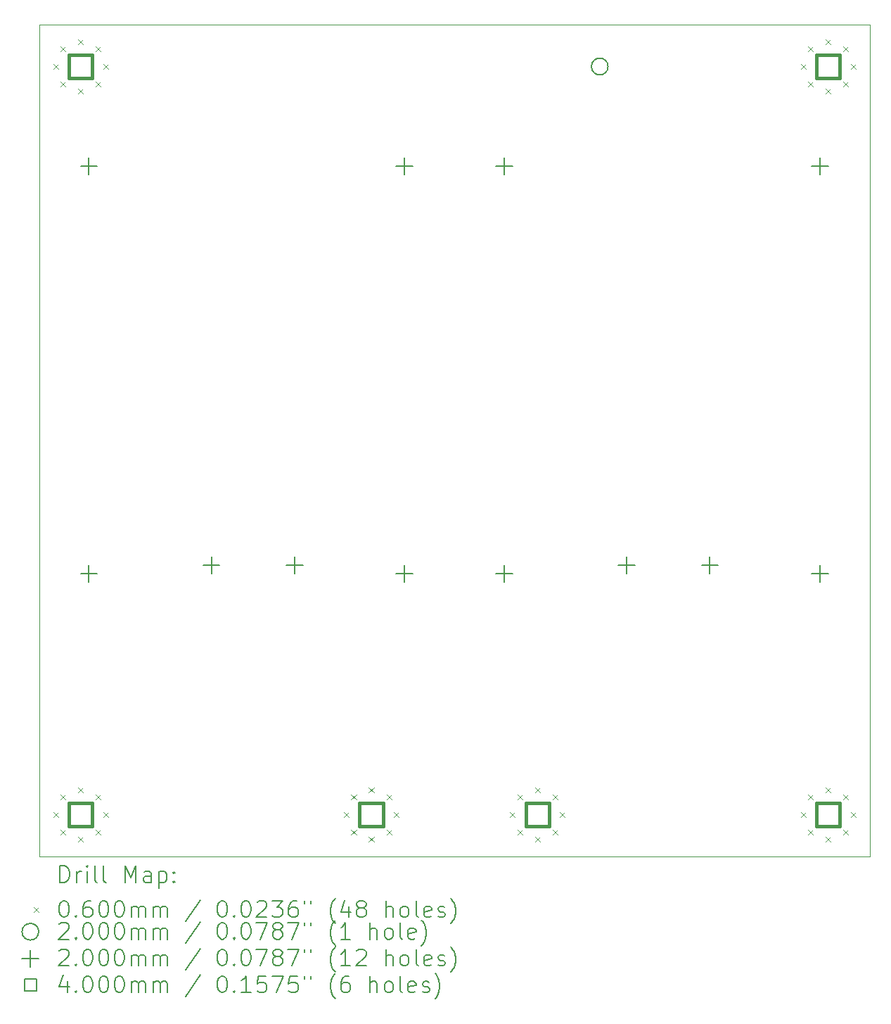
<source format=gbr>
%TF.GenerationSoftware,KiCad,Pcbnew,(6.0.7)*%
%TF.CreationDate,2022-10-27T22:38:07-07:00*%
%TF.ProjectId,3s25ABMS,33733235-4142-44d5-932e-6b696361645f,1.0*%
%TF.SameCoordinates,Original*%
%TF.FileFunction,Drillmap*%
%TF.FilePolarity,Positive*%
%FSLAX45Y45*%
G04 Gerber Fmt 4.5, Leading zero omitted, Abs format (unit mm)*
G04 Created by KiCad (PCBNEW (6.0.7)) date 2022-10-27 22:38:07*
%MOMM*%
%LPD*%
G01*
G04 APERTURE LIST*
%ADD10C,0.100000*%
%ADD11C,0.200000*%
%ADD12C,0.060000*%
%ADD13C,0.400000*%
G04 APERTURE END LIST*
D10*
X5000000Y-5000000D02*
X15000000Y-5000000D01*
X15000000Y-5000000D02*
X15000000Y-15000000D01*
X15000000Y-15000000D02*
X5000000Y-15000000D01*
X5000000Y-15000000D02*
X5000000Y-5000000D01*
D11*
D12*
X5170000Y-5470000D02*
X5230000Y-5530000D01*
X5230000Y-5470000D02*
X5170000Y-5530000D01*
X5170000Y-14470000D02*
X5230000Y-14530000D01*
X5230000Y-14470000D02*
X5170000Y-14530000D01*
X5257868Y-5257868D02*
X5317868Y-5317868D01*
X5317868Y-5257868D02*
X5257868Y-5317868D01*
X5257868Y-5682132D02*
X5317868Y-5742132D01*
X5317868Y-5682132D02*
X5257868Y-5742132D01*
X5257868Y-14257868D02*
X5317868Y-14317868D01*
X5317868Y-14257868D02*
X5257868Y-14317868D01*
X5257868Y-14682132D02*
X5317868Y-14742132D01*
X5317868Y-14682132D02*
X5257868Y-14742132D01*
X5470000Y-5170000D02*
X5530000Y-5230000D01*
X5530000Y-5170000D02*
X5470000Y-5230000D01*
X5470000Y-5770000D02*
X5530000Y-5830000D01*
X5530000Y-5770000D02*
X5470000Y-5830000D01*
X5470000Y-14170000D02*
X5530000Y-14230000D01*
X5530000Y-14170000D02*
X5470000Y-14230000D01*
X5470000Y-14770000D02*
X5530000Y-14830000D01*
X5530000Y-14770000D02*
X5470000Y-14830000D01*
X5682132Y-5257868D02*
X5742132Y-5317868D01*
X5742132Y-5257868D02*
X5682132Y-5317868D01*
X5682132Y-5682132D02*
X5742132Y-5742132D01*
X5742132Y-5682132D02*
X5682132Y-5742132D01*
X5682132Y-14257868D02*
X5742132Y-14317868D01*
X5742132Y-14257868D02*
X5682132Y-14317868D01*
X5682132Y-14682132D02*
X5742132Y-14742132D01*
X5742132Y-14682132D02*
X5682132Y-14742132D01*
X5770000Y-5470000D02*
X5830000Y-5530000D01*
X5830000Y-5470000D02*
X5770000Y-5530000D01*
X5770000Y-14470000D02*
X5830000Y-14530000D01*
X5830000Y-14470000D02*
X5770000Y-14530000D01*
X8670000Y-14470000D02*
X8730000Y-14530000D01*
X8730000Y-14470000D02*
X8670000Y-14530000D01*
X8757868Y-14257868D02*
X8817868Y-14317868D01*
X8817868Y-14257868D02*
X8757868Y-14317868D01*
X8757868Y-14682132D02*
X8817868Y-14742132D01*
X8817868Y-14682132D02*
X8757868Y-14742132D01*
X8970000Y-14170000D02*
X9030000Y-14230000D01*
X9030000Y-14170000D02*
X8970000Y-14230000D01*
X8970000Y-14770000D02*
X9030000Y-14830000D01*
X9030000Y-14770000D02*
X8970000Y-14830000D01*
X9182132Y-14257868D02*
X9242132Y-14317868D01*
X9242132Y-14257868D02*
X9182132Y-14317868D01*
X9182132Y-14682132D02*
X9242132Y-14742132D01*
X9242132Y-14682132D02*
X9182132Y-14742132D01*
X9270000Y-14470000D02*
X9330000Y-14530000D01*
X9330000Y-14470000D02*
X9270000Y-14530000D01*
X10670000Y-14470000D02*
X10730000Y-14530000D01*
X10730000Y-14470000D02*
X10670000Y-14530000D01*
X10757868Y-14257868D02*
X10817868Y-14317868D01*
X10817868Y-14257868D02*
X10757868Y-14317868D01*
X10757868Y-14682132D02*
X10817868Y-14742132D01*
X10817868Y-14682132D02*
X10757868Y-14742132D01*
X10970000Y-14170000D02*
X11030000Y-14230000D01*
X11030000Y-14170000D02*
X10970000Y-14230000D01*
X10970000Y-14770000D02*
X11030000Y-14830000D01*
X11030000Y-14770000D02*
X10970000Y-14830000D01*
X11182132Y-14257868D02*
X11242132Y-14317868D01*
X11242132Y-14257868D02*
X11182132Y-14317868D01*
X11182132Y-14682132D02*
X11242132Y-14742132D01*
X11242132Y-14682132D02*
X11182132Y-14742132D01*
X11270000Y-14470000D02*
X11330000Y-14530000D01*
X11330000Y-14470000D02*
X11270000Y-14530000D01*
X14170000Y-5470000D02*
X14230000Y-5530000D01*
X14230000Y-5470000D02*
X14170000Y-5530000D01*
X14170000Y-14470000D02*
X14230000Y-14530000D01*
X14230000Y-14470000D02*
X14170000Y-14530000D01*
X14257868Y-5257868D02*
X14317868Y-5317868D01*
X14317868Y-5257868D02*
X14257868Y-5317868D01*
X14257868Y-5682132D02*
X14317868Y-5742132D01*
X14317868Y-5682132D02*
X14257868Y-5742132D01*
X14257868Y-14257868D02*
X14317868Y-14317868D01*
X14317868Y-14257868D02*
X14257868Y-14317868D01*
X14257868Y-14682132D02*
X14317868Y-14742132D01*
X14317868Y-14682132D02*
X14257868Y-14742132D01*
X14470000Y-5170000D02*
X14530000Y-5230000D01*
X14530000Y-5170000D02*
X14470000Y-5230000D01*
X14470000Y-5770000D02*
X14530000Y-5830000D01*
X14530000Y-5770000D02*
X14470000Y-5830000D01*
X14470000Y-14170000D02*
X14530000Y-14230000D01*
X14530000Y-14170000D02*
X14470000Y-14230000D01*
X14470000Y-14770000D02*
X14530000Y-14830000D01*
X14530000Y-14770000D02*
X14470000Y-14830000D01*
X14682132Y-5257868D02*
X14742132Y-5317868D01*
X14742132Y-5257868D02*
X14682132Y-5317868D01*
X14682132Y-5682132D02*
X14742132Y-5742132D01*
X14742132Y-5682132D02*
X14682132Y-5742132D01*
X14682132Y-14257868D02*
X14742132Y-14317868D01*
X14742132Y-14257868D02*
X14682132Y-14317868D01*
X14682132Y-14682132D02*
X14742132Y-14742132D01*
X14742132Y-14682132D02*
X14682132Y-14742132D01*
X14770000Y-5470000D02*
X14830000Y-5530000D01*
X14830000Y-5470000D02*
X14770000Y-5530000D01*
X14770000Y-14470000D02*
X14830000Y-14530000D01*
X14830000Y-14470000D02*
X14770000Y-14530000D01*
D11*
X11850000Y-5500000D02*
G75*
G03*
X11850000Y-5500000I-100000J0D01*
G01*
X5600000Y-6600000D02*
X5600000Y-6800000D01*
X5500000Y-6700000D02*
X5700000Y-6700000D01*
X5600000Y-11500000D02*
X5600000Y-11700000D01*
X5500000Y-11600000D02*
X5700000Y-11600000D01*
X7075000Y-11400000D02*
X7075000Y-11600000D01*
X6975000Y-11500000D02*
X7175000Y-11500000D01*
X8075000Y-11400000D02*
X8075000Y-11600000D01*
X7975000Y-11500000D02*
X8175000Y-11500000D01*
X9400000Y-6600000D02*
X9400000Y-6800000D01*
X9300000Y-6700000D02*
X9500000Y-6700000D01*
X9400000Y-11500000D02*
X9400000Y-11700000D01*
X9300000Y-11600000D02*
X9500000Y-11600000D01*
X10600000Y-6600000D02*
X10600000Y-6800000D01*
X10500000Y-6700000D02*
X10700000Y-6700000D01*
X10600000Y-11500000D02*
X10600000Y-11700000D01*
X10500000Y-11600000D02*
X10700000Y-11600000D01*
X12075000Y-11400000D02*
X12075000Y-11600000D01*
X11975000Y-11500000D02*
X12175000Y-11500000D01*
X13075000Y-11400000D02*
X13075000Y-11600000D01*
X12975000Y-11500000D02*
X13175000Y-11500000D01*
X14400000Y-6600000D02*
X14400000Y-6800000D01*
X14300000Y-6700000D02*
X14500000Y-6700000D01*
X14400000Y-11500000D02*
X14400000Y-11700000D01*
X14300000Y-11600000D02*
X14500000Y-11600000D01*
D13*
X5641423Y-5641423D02*
X5641423Y-5358577D01*
X5358577Y-5358577D01*
X5358577Y-5641423D01*
X5641423Y-5641423D01*
X5641423Y-14641423D02*
X5641423Y-14358577D01*
X5358577Y-14358577D01*
X5358577Y-14641423D01*
X5641423Y-14641423D01*
X9141423Y-14641423D02*
X9141423Y-14358577D01*
X8858577Y-14358577D01*
X8858577Y-14641423D01*
X9141423Y-14641423D01*
X11141423Y-14641423D02*
X11141423Y-14358577D01*
X10858577Y-14358577D01*
X10858577Y-14641423D01*
X11141423Y-14641423D01*
X14641423Y-5641423D02*
X14641423Y-5358577D01*
X14358577Y-5358577D01*
X14358577Y-5641423D01*
X14641423Y-5641423D01*
X14641423Y-14641423D02*
X14641423Y-14358577D01*
X14358577Y-14358577D01*
X14358577Y-14641423D01*
X14641423Y-14641423D01*
D11*
X5252619Y-15315476D02*
X5252619Y-15115476D01*
X5300238Y-15115476D01*
X5328810Y-15125000D01*
X5347857Y-15144048D01*
X5357381Y-15163095D01*
X5366905Y-15201190D01*
X5366905Y-15229762D01*
X5357381Y-15267857D01*
X5347857Y-15286905D01*
X5328810Y-15305952D01*
X5300238Y-15315476D01*
X5252619Y-15315476D01*
X5452619Y-15315476D02*
X5452619Y-15182143D01*
X5452619Y-15220238D02*
X5462143Y-15201190D01*
X5471667Y-15191667D01*
X5490714Y-15182143D01*
X5509762Y-15182143D01*
X5576429Y-15315476D02*
X5576429Y-15182143D01*
X5576429Y-15115476D02*
X5566905Y-15125000D01*
X5576429Y-15134524D01*
X5585952Y-15125000D01*
X5576429Y-15115476D01*
X5576429Y-15134524D01*
X5700238Y-15315476D02*
X5681190Y-15305952D01*
X5671667Y-15286905D01*
X5671667Y-15115476D01*
X5805000Y-15315476D02*
X5785952Y-15305952D01*
X5776428Y-15286905D01*
X5776428Y-15115476D01*
X6033571Y-15315476D02*
X6033571Y-15115476D01*
X6100238Y-15258333D01*
X6166905Y-15115476D01*
X6166905Y-15315476D01*
X6347857Y-15315476D02*
X6347857Y-15210714D01*
X6338333Y-15191667D01*
X6319286Y-15182143D01*
X6281190Y-15182143D01*
X6262143Y-15191667D01*
X6347857Y-15305952D02*
X6328809Y-15315476D01*
X6281190Y-15315476D01*
X6262143Y-15305952D01*
X6252619Y-15286905D01*
X6252619Y-15267857D01*
X6262143Y-15248809D01*
X6281190Y-15239286D01*
X6328809Y-15239286D01*
X6347857Y-15229762D01*
X6443095Y-15182143D02*
X6443095Y-15382143D01*
X6443095Y-15191667D02*
X6462143Y-15182143D01*
X6500238Y-15182143D01*
X6519286Y-15191667D01*
X6528809Y-15201190D01*
X6538333Y-15220238D01*
X6538333Y-15277381D01*
X6528809Y-15296428D01*
X6519286Y-15305952D01*
X6500238Y-15315476D01*
X6462143Y-15315476D01*
X6443095Y-15305952D01*
X6624048Y-15296428D02*
X6633571Y-15305952D01*
X6624048Y-15315476D01*
X6614524Y-15305952D01*
X6624048Y-15296428D01*
X6624048Y-15315476D01*
X6624048Y-15191667D02*
X6633571Y-15201190D01*
X6624048Y-15210714D01*
X6614524Y-15201190D01*
X6624048Y-15191667D01*
X6624048Y-15210714D01*
D12*
X4935000Y-15615000D02*
X4995000Y-15675000D01*
X4995000Y-15615000D02*
X4935000Y-15675000D01*
D11*
X5290714Y-15535476D02*
X5309762Y-15535476D01*
X5328810Y-15545000D01*
X5338333Y-15554524D01*
X5347857Y-15573571D01*
X5357381Y-15611667D01*
X5357381Y-15659286D01*
X5347857Y-15697381D01*
X5338333Y-15716428D01*
X5328810Y-15725952D01*
X5309762Y-15735476D01*
X5290714Y-15735476D01*
X5271667Y-15725952D01*
X5262143Y-15716428D01*
X5252619Y-15697381D01*
X5243095Y-15659286D01*
X5243095Y-15611667D01*
X5252619Y-15573571D01*
X5262143Y-15554524D01*
X5271667Y-15545000D01*
X5290714Y-15535476D01*
X5443095Y-15716428D02*
X5452619Y-15725952D01*
X5443095Y-15735476D01*
X5433571Y-15725952D01*
X5443095Y-15716428D01*
X5443095Y-15735476D01*
X5624048Y-15535476D02*
X5585952Y-15535476D01*
X5566905Y-15545000D01*
X5557381Y-15554524D01*
X5538333Y-15583095D01*
X5528810Y-15621190D01*
X5528810Y-15697381D01*
X5538333Y-15716428D01*
X5547857Y-15725952D01*
X5566905Y-15735476D01*
X5605000Y-15735476D01*
X5624048Y-15725952D01*
X5633571Y-15716428D01*
X5643095Y-15697381D01*
X5643095Y-15649762D01*
X5633571Y-15630714D01*
X5624048Y-15621190D01*
X5605000Y-15611667D01*
X5566905Y-15611667D01*
X5547857Y-15621190D01*
X5538333Y-15630714D01*
X5528810Y-15649762D01*
X5766905Y-15535476D02*
X5785952Y-15535476D01*
X5805000Y-15545000D01*
X5814524Y-15554524D01*
X5824048Y-15573571D01*
X5833571Y-15611667D01*
X5833571Y-15659286D01*
X5824048Y-15697381D01*
X5814524Y-15716428D01*
X5805000Y-15725952D01*
X5785952Y-15735476D01*
X5766905Y-15735476D01*
X5747857Y-15725952D01*
X5738333Y-15716428D01*
X5728809Y-15697381D01*
X5719286Y-15659286D01*
X5719286Y-15611667D01*
X5728809Y-15573571D01*
X5738333Y-15554524D01*
X5747857Y-15545000D01*
X5766905Y-15535476D01*
X5957381Y-15535476D02*
X5976428Y-15535476D01*
X5995476Y-15545000D01*
X6005000Y-15554524D01*
X6014524Y-15573571D01*
X6024048Y-15611667D01*
X6024048Y-15659286D01*
X6014524Y-15697381D01*
X6005000Y-15716428D01*
X5995476Y-15725952D01*
X5976428Y-15735476D01*
X5957381Y-15735476D01*
X5938333Y-15725952D01*
X5928809Y-15716428D01*
X5919286Y-15697381D01*
X5909762Y-15659286D01*
X5909762Y-15611667D01*
X5919286Y-15573571D01*
X5928809Y-15554524D01*
X5938333Y-15545000D01*
X5957381Y-15535476D01*
X6109762Y-15735476D02*
X6109762Y-15602143D01*
X6109762Y-15621190D02*
X6119286Y-15611667D01*
X6138333Y-15602143D01*
X6166905Y-15602143D01*
X6185952Y-15611667D01*
X6195476Y-15630714D01*
X6195476Y-15735476D01*
X6195476Y-15630714D02*
X6205000Y-15611667D01*
X6224048Y-15602143D01*
X6252619Y-15602143D01*
X6271667Y-15611667D01*
X6281190Y-15630714D01*
X6281190Y-15735476D01*
X6376428Y-15735476D02*
X6376428Y-15602143D01*
X6376428Y-15621190D02*
X6385952Y-15611667D01*
X6405000Y-15602143D01*
X6433571Y-15602143D01*
X6452619Y-15611667D01*
X6462143Y-15630714D01*
X6462143Y-15735476D01*
X6462143Y-15630714D02*
X6471667Y-15611667D01*
X6490714Y-15602143D01*
X6519286Y-15602143D01*
X6538333Y-15611667D01*
X6547857Y-15630714D01*
X6547857Y-15735476D01*
X6938333Y-15525952D02*
X6766905Y-15783095D01*
X7195476Y-15535476D02*
X7214524Y-15535476D01*
X7233571Y-15545000D01*
X7243095Y-15554524D01*
X7252619Y-15573571D01*
X7262143Y-15611667D01*
X7262143Y-15659286D01*
X7252619Y-15697381D01*
X7243095Y-15716428D01*
X7233571Y-15725952D01*
X7214524Y-15735476D01*
X7195476Y-15735476D01*
X7176428Y-15725952D01*
X7166905Y-15716428D01*
X7157381Y-15697381D01*
X7147857Y-15659286D01*
X7147857Y-15611667D01*
X7157381Y-15573571D01*
X7166905Y-15554524D01*
X7176428Y-15545000D01*
X7195476Y-15535476D01*
X7347857Y-15716428D02*
X7357381Y-15725952D01*
X7347857Y-15735476D01*
X7338333Y-15725952D01*
X7347857Y-15716428D01*
X7347857Y-15735476D01*
X7481190Y-15535476D02*
X7500238Y-15535476D01*
X7519286Y-15545000D01*
X7528809Y-15554524D01*
X7538333Y-15573571D01*
X7547857Y-15611667D01*
X7547857Y-15659286D01*
X7538333Y-15697381D01*
X7528809Y-15716428D01*
X7519286Y-15725952D01*
X7500238Y-15735476D01*
X7481190Y-15735476D01*
X7462143Y-15725952D01*
X7452619Y-15716428D01*
X7443095Y-15697381D01*
X7433571Y-15659286D01*
X7433571Y-15611667D01*
X7443095Y-15573571D01*
X7452619Y-15554524D01*
X7462143Y-15545000D01*
X7481190Y-15535476D01*
X7624048Y-15554524D02*
X7633571Y-15545000D01*
X7652619Y-15535476D01*
X7700238Y-15535476D01*
X7719286Y-15545000D01*
X7728809Y-15554524D01*
X7738333Y-15573571D01*
X7738333Y-15592619D01*
X7728809Y-15621190D01*
X7614524Y-15735476D01*
X7738333Y-15735476D01*
X7805000Y-15535476D02*
X7928809Y-15535476D01*
X7862143Y-15611667D01*
X7890714Y-15611667D01*
X7909762Y-15621190D01*
X7919286Y-15630714D01*
X7928809Y-15649762D01*
X7928809Y-15697381D01*
X7919286Y-15716428D01*
X7909762Y-15725952D01*
X7890714Y-15735476D01*
X7833571Y-15735476D01*
X7814524Y-15725952D01*
X7805000Y-15716428D01*
X8100238Y-15535476D02*
X8062143Y-15535476D01*
X8043095Y-15545000D01*
X8033571Y-15554524D01*
X8014524Y-15583095D01*
X8005000Y-15621190D01*
X8005000Y-15697381D01*
X8014524Y-15716428D01*
X8024048Y-15725952D01*
X8043095Y-15735476D01*
X8081190Y-15735476D01*
X8100238Y-15725952D01*
X8109762Y-15716428D01*
X8119286Y-15697381D01*
X8119286Y-15649762D01*
X8109762Y-15630714D01*
X8100238Y-15621190D01*
X8081190Y-15611667D01*
X8043095Y-15611667D01*
X8024048Y-15621190D01*
X8014524Y-15630714D01*
X8005000Y-15649762D01*
X8195476Y-15535476D02*
X8195476Y-15573571D01*
X8271667Y-15535476D02*
X8271667Y-15573571D01*
X8566905Y-15811667D02*
X8557381Y-15802143D01*
X8538333Y-15773571D01*
X8528810Y-15754524D01*
X8519286Y-15725952D01*
X8509762Y-15678333D01*
X8509762Y-15640238D01*
X8519286Y-15592619D01*
X8528810Y-15564048D01*
X8538333Y-15545000D01*
X8557381Y-15516428D01*
X8566905Y-15506905D01*
X8728810Y-15602143D02*
X8728810Y-15735476D01*
X8681190Y-15525952D02*
X8633571Y-15668809D01*
X8757381Y-15668809D01*
X8862143Y-15621190D02*
X8843095Y-15611667D01*
X8833571Y-15602143D01*
X8824048Y-15583095D01*
X8824048Y-15573571D01*
X8833571Y-15554524D01*
X8843095Y-15545000D01*
X8862143Y-15535476D01*
X8900238Y-15535476D01*
X8919286Y-15545000D01*
X8928810Y-15554524D01*
X8938333Y-15573571D01*
X8938333Y-15583095D01*
X8928810Y-15602143D01*
X8919286Y-15611667D01*
X8900238Y-15621190D01*
X8862143Y-15621190D01*
X8843095Y-15630714D01*
X8833571Y-15640238D01*
X8824048Y-15659286D01*
X8824048Y-15697381D01*
X8833571Y-15716428D01*
X8843095Y-15725952D01*
X8862143Y-15735476D01*
X8900238Y-15735476D01*
X8919286Y-15725952D01*
X8928810Y-15716428D01*
X8938333Y-15697381D01*
X8938333Y-15659286D01*
X8928810Y-15640238D01*
X8919286Y-15630714D01*
X8900238Y-15621190D01*
X9176429Y-15735476D02*
X9176429Y-15535476D01*
X9262143Y-15735476D02*
X9262143Y-15630714D01*
X9252619Y-15611667D01*
X9233571Y-15602143D01*
X9205000Y-15602143D01*
X9185952Y-15611667D01*
X9176429Y-15621190D01*
X9385952Y-15735476D02*
X9366905Y-15725952D01*
X9357381Y-15716428D01*
X9347857Y-15697381D01*
X9347857Y-15640238D01*
X9357381Y-15621190D01*
X9366905Y-15611667D01*
X9385952Y-15602143D01*
X9414524Y-15602143D01*
X9433571Y-15611667D01*
X9443095Y-15621190D01*
X9452619Y-15640238D01*
X9452619Y-15697381D01*
X9443095Y-15716428D01*
X9433571Y-15725952D01*
X9414524Y-15735476D01*
X9385952Y-15735476D01*
X9566905Y-15735476D02*
X9547857Y-15725952D01*
X9538333Y-15706905D01*
X9538333Y-15535476D01*
X9719286Y-15725952D02*
X9700238Y-15735476D01*
X9662143Y-15735476D01*
X9643095Y-15725952D01*
X9633571Y-15706905D01*
X9633571Y-15630714D01*
X9643095Y-15611667D01*
X9662143Y-15602143D01*
X9700238Y-15602143D01*
X9719286Y-15611667D01*
X9728810Y-15630714D01*
X9728810Y-15649762D01*
X9633571Y-15668809D01*
X9805000Y-15725952D02*
X9824048Y-15735476D01*
X9862143Y-15735476D01*
X9881190Y-15725952D01*
X9890714Y-15706905D01*
X9890714Y-15697381D01*
X9881190Y-15678333D01*
X9862143Y-15668809D01*
X9833571Y-15668809D01*
X9814524Y-15659286D01*
X9805000Y-15640238D01*
X9805000Y-15630714D01*
X9814524Y-15611667D01*
X9833571Y-15602143D01*
X9862143Y-15602143D01*
X9881190Y-15611667D01*
X9957381Y-15811667D02*
X9966905Y-15802143D01*
X9985952Y-15773571D01*
X9995476Y-15754524D01*
X10005000Y-15725952D01*
X10014524Y-15678333D01*
X10014524Y-15640238D01*
X10005000Y-15592619D01*
X9995476Y-15564048D01*
X9985952Y-15545000D01*
X9966905Y-15516428D01*
X9957381Y-15506905D01*
X4995000Y-15909000D02*
G75*
G03*
X4995000Y-15909000I-100000J0D01*
G01*
X5243095Y-15818524D02*
X5252619Y-15809000D01*
X5271667Y-15799476D01*
X5319286Y-15799476D01*
X5338333Y-15809000D01*
X5347857Y-15818524D01*
X5357381Y-15837571D01*
X5357381Y-15856619D01*
X5347857Y-15885190D01*
X5233571Y-15999476D01*
X5357381Y-15999476D01*
X5443095Y-15980428D02*
X5452619Y-15989952D01*
X5443095Y-15999476D01*
X5433571Y-15989952D01*
X5443095Y-15980428D01*
X5443095Y-15999476D01*
X5576429Y-15799476D02*
X5595476Y-15799476D01*
X5614524Y-15809000D01*
X5624048Y-15818524D01*
X5633571Y-15837571D01*
X5643095Y-15875667D01*
X5643095Y-15923286D01*
X5633571Y-15961381D01*
X5624048Y-15980428D01*
X5614524Y-15989952D01*
X5595476Y-15999476D01*
X5576429Y-15999476D01*
X5557381Y-15989952D01*
X5547857Y-15980428D01*
X5538333Y-15961381D01*
X5528810Y-15923286D01*
X5528810Y-15875667D01*
X5538333Y-15837571D01*
X5547857Y-15818524D01*
X5557381Y-15809000D01*
X5576429Y-15799476D01*
X5766905Y-15799476D02*
X5785952Y-15799476D01*
X5805000Y-15809000D01*
X5814524Y-15818524D01*
X5824048Y-15837571D01*
X5833571Y-15875667D01*
X5833571Y-15923286D01*
X5824048Y-15961381D01*
X5814524Y-15980428D01*
X5805000Y-15989952D01*
X5785952Y-15999476D01*
X5766905Y-15999476D01*
X5747857Y-15989952D01*
X5738333Y-15980428D01*
X5728809Y-15961381D01*
X5719286Y-15923286D01*
X5719286Y-15875667D01*
X5728809Y-15837571D01*
X5738333Y-15818524D01*
X5747857Y-15809000D01*
X5766905Y-15799476D01*
X5957381Y-15799476D02*
X5976428Y-15799476D01*
X5995476Y-15809000D01*
X6005000Y-15818524D01*
X6014524Y-15837571D01*
X6024048Y-15875667D01*
X6024048Y-15923286D01*
X6014524Y-15961381D01*
X6005000Y-15980428D01*
X5995476Y-15989952D01*
X5976428Y-15999476D01*
X5957381Y-15999476D01*
X5938333Y-15989952D01*
X5928809Y-15980428D01*
X5919286Y-15961381D01*
X5909762Y-15923286D01*
X5909762Y-15875667D01*
X5919286Y-15837571D01*
X5928809Y-15818524D01*
X5938333Y-15809000D01*
X5957381Y-15799476D01*
X6109762Y-15999476D02*
X6109762Y-15866143D01*
X6109762Y-15885190D02*
X6119286Y-15875667D01*
X6138333Y-15866143D01*
X6166905Y-15866143D01*
X6185952Y-15875667D01*
X6195476Y-15894714D01*
X6195476Y-15999476D01*
X6195476Y-15894714D02*
X6205000Y-15875667D01*
X6224048Y-15866143D01*
X6252619Y-15866143D01*
X6271667Y-15875667D01*
X6281190Y-15894714D01*
X6281190Y-15999476D01*
X6376428Y-15999476D02*
X6376428Y-15866143D01*
X6376428Y-15885190D02*
X6385952Y-15875667D01*
X6405000Y-15866143D01*
X6433571Y-15866143D01*
X6452619Y-15875667D01*
X6462143Y-15894714D01*
X6462143Y-15999476D01*
X6462143Y-15894714D02*
X6471667Y-15875667D01*
X6490714Y-15866143D01*
X6519286Y-15866143D01*
X6538333Y-15875667D01*
X6547857Y-15894714D01*
X6547857Y-15999476D01*
X6938333Y-15789952D02*
X6766905Y-16047095D01*
X7195476Y-15799476D02*
X7214524Y-15799476D01*
X7233571Y-15809000D01*
X7243095Y-15818524D01*
X7252619Y-15837571D01*
X7262143Y-15875667D01*
X7262143Y-15923286D01*
X7252619Y-15961381D01*
X7243095Y-15980428D01*
X7233571Y-15989952D01*
X7214524Y-15999476D01*
X7195476Y-15999476D01*
X7176428Y-15989952D01*
X7166905Y-15980428D01*
X7157381Y-15961381D01*
X7147857Y-15923286D01*
X7147857Y-15875667D01*
X7157381Y-15837571D01*
X7166905Y-15818524D01*
X7176428Y-15809000D01*
X7195476Y-15799476D01*
X7347857Y-15980428D02*
X7357381Y-15989952D01*
X7347857Y-15999476D01*
X7338333Y-15989952D01*
X7347857Y-15980428D01*
X7347857Y-15999476D01*
X7481190Y-15799476D02*
X7500238Y-15799476D01*
X7519286Y-15809000D01*
X7528809Y-15818524D01*
X7538333Y-15837571D01*
X7547857Y-15875667D01*
X7547857Y-15923286D01*
X7538333Y-15961381D01*
X7528809Y-15980428D01*
X7519286Y-15989952D01*
X7500238Y-15999476D01*
X7481190Y-15999476D01*
X7462143Y-15989952D01*
X7452619Y-15980428D01*
X7443095Y-15961381D01*
X7433571Y-15923286D01*
X7433571Y-15875667D01*
X7443095Y-15837571D01*
X7452619Y-15818524D01*
X7462143Y-15809000D01*
X7481190Y-15799476D01*
X7614524Y-15799476D02*
X7747857Y-15799476D01*
X7662143Y-15999476D01*
X7852619Y-15885190D02*
X7833571Y-15875667D01*
X7824048Y-15866143D01*
X7814524Y-15847095D01*
X7814524Y-15837571D01*
X7824048Y-15818524D01*
X7833571Y-15809000D01*
X7852619Y-15799476D01*
X7890714Y-15799476D01*
X7909762Y-15809000D01*
X7919286Y-15818524D01*
X7928809Y-15837571D01*
X7928809Y-15847095D01*
X7919286Y-15866143D01*
X7909762Y-15875667D01*
X7890714Y-15885190D01*
X7852619Y-15885190D01*
X7833571Y-15894714D01*
X7824048Y-15904238D01*
X7814524Y-15923286D01*
X7814524Y-15961381D01*
X7824048Y-15980428D01*
X7833571Y-15989952D01*
X7852619Y-15999476D01*
X7890714Y-15999476D01*
X7909762Y-15989952D01*
X7919286Y-15980428D01*
X7928809Y-15961381D01*
X7928809Y-15923286D01*
X7919286Y-15904238D01*
X7909762Y-15894714D01*
X7890714Y-15885190D01*
X7995476Y-15799476D02*
X8128809Y-15799476D01*
X8043095Y-15999476D01*
X8195476Y-15799476D02*
X8195476Y-15837571D01*
X8271667Y-15799476D02*
X8271667Y-15837571D01*
X8566905Y-16075667D02*
X8557381Y-16066143D01*
X8538333Y-16037571D01*
X8528810Y-16018524D01*
X8519286Y-15989952D01*
X8509762Y-15942333D01*
X8509762Y-15904238D01*
X8519286Y-15856619D01*
X8528810Y-15828048D01*
X8538333Y-15809000D01*
X8557381Y-15780428D01*
X8566905Y-15770905D01*
X8747857Y-15999476D02*
X8633571Y-15999476D01*
X8690714Y-15999476D02*
X8690714Y-15799476D01*
X8671667Y-15828048D01*
X8652619Y-15847095D01*
X8633571Y-15856619D01*
X8985952Y-15999476D02*
X8985952Y-15799476D01*
X9071667Y-15999476D02*
X9071667Y-15894714D01*
X9062143Y-15875667D01*
X9043095Y-15866143D01*
X9014524Y-15866143D01*
X8995476Y-15875667D01*
X8985952Y-15885190D01*
X9195476Y-15999476D02*
X9176429Y-15989952D01*
X9166905Y-15980428D01*
X9157381Y-15961381D01*
X9157381Y-15904238D01*
X9166905Y-15885190D01*
X9176429Y-15875667D01*
X9195476Y-15866143D01*
X9224048Y-15866143D01*
X9243095Y-15875667D01*
X9252619Y-15885190D01*
X9262143Y-15904238D01*
X9262143Y-15961381D01*
X9252619Y-15980428D01*
X9243095Y-15989952D01*
X9224048Y-15999476D01*
X9195476Y-15999476D01*
X9376429Y-15999476D02*
X9357381Y-15989952D01*
X9347857Y-15970905D01*
X9347857Y-15799476D01*
X9528810Y-15989952D02*
X9509762Y-15999476D01*
X9471667Y-15999476D01*
X9452619Y-15989952D01*
X9443095Y-15970905D01*
X9443095Y-15894714D01*
X9452619Y-15875667D01*
X9471667Y-15866143D01*
X9509762Y-15866143D01*
X9528810Y-15875667D01*
X9538333Y-15894714D01*
X9538333Y-15913762D01*
X9443095Y-15932809D01*
X9605000Y-16075667D02*
X9614524Y-16066143D01*
X9633571Y-16037571D01*
X9643095Y-16018524D01*
X9652619Y-15989952D01*
X9662143Y-15942333D01*
X9662143Y-15904238D01*
X9652619Y-15856619D01*
X9643095Y-15828048D01*
X9633571Y-15809000D01*
X9614524Y-15780428D01*
X9605000Y-15770905D01*
X4895000Y-16129000D02*
X4895000Y-16329000D01*
X4795000Y-16229000D02*
X4995000Y-16229000D01*
X5243095Y-16138524D02*
X5252619Y-16129000D01*
X5271667Y-16119476D01*
X5319286Y-16119476D01*
X5338333Y-16129000D01*
X5347857Y-16138524D01*
X5357381Y-16157571D01*
X5357381Y-16176619D01*
X5347857Y-16205190D01*
X5233571Y-16319476D01*
X5357381Y-16319476D01*
X5443095Y-16300428D02*
X5452619Y-16309952D01*
X5443095Y-16319476D01*
X5433571Y-16309952D01*
X5443095Y-16300428D01*
X5443095Y-16319476D01*
X5576429Y-16119476D02*
X5595476Y-16119476D01*
X5614524Y-16129000D01*
X5624048Y-16138524D01*
X5633571Y-16157571D01*
X5643095Y-16195667D01*
X5643095Y-16243286D01*
X5633571Y-16281381D01*
X5624048Y-16300428D01*
X5614524Y-16309952D01*
X5595476Y-16319476D01*
X5576429Y-16319476D01*
X5557381Y-16309952D01*
X5547857Y-16300428D01*
X5538333Y-16281381D01*
X5528810Y-16243286D01*
X5528810Y-16195667D01*
X5538333Y-16157571D01*
X5547857Y-16138524D01*
X5557381Y-16129000D01*
X5576429Y-16119476D01*
X5766905Y-16119476D02*
X5785952Y-16119476D01*
X5805000Y-16129000D01*
X5814524Y-16138524D01*
X5824048Y-16157571D01*
X5833571Y-16195667D01*
X5833571Y-16243286D01*
X5824048Y-16281381D01*
X5814524Y-16300428D01*
X5805000Y-16309952D01*
X5785952Y-16319476D01*
X5766905Y-16319476D01*
X5747857Y-16309952D01*
X5738333Y-16300428D01*
X5728809Y-16281381D01*
X5719286Y-16243286D01*
X5719286Y-16195667D01*
X5728809Y-16157571D01*
X5738333Y-16138524D01*
X5747857Y-16129000D01*
X5766905Y-16119476D01*
X5957381Y-16119476D02*
X5976428Y-16119476D01*
X5995476Y-16129000D01*
X6005000Y-16138524D01*
X6014524Y-16157571D01*
X6024048Y-16195667D01*
X6024048Y-16243286D01*
X6014524Y-16281381D01*
X6005000Y-16300428D01*
X5995476Y-16309952D01*
X5976428Y-16319476D01*
X5957381Y-16319476D01*
X5938333Y-16309952D01*
X5928809Y-16300428D01*
X5919286Y-16281381D01*
X5909762Y-16243286D01*
X5909762Y-16195667D01*
X5919286Y-16157571D01*
X5928809Y-16138524D01*
X5938333Y-16129000D01*
X5957381Y-16119476D01*
X6109762Y-16319476D02*
X6109762Y-16186143D01*
X6109762Y-16205190D02*
X6119286Y-16195667D01*
X6138333Y-16186143D01*
X6166905Y-16186143D01*
X6185952Y-16195667D01*
X6195476Y-16214714D01*
X6195476Y-16319476D01*
X6195476Y-16214714D02*
X6205000Y-16195667D01*
X6224048Y-16186143D01*
X6252619Y-16186143D01*
X6271667Y-16195667D01*
X6281190Y-16214714D01*
X6281190Y-16319476D01*
X6376428Y-16319476D02*
X6376428Y-16186143D01*
X6376428Y-16205190D02*
X6385952Y-16195667D01*
X6405000Y-16186143D01*
X6433571Y-16186143D01*
X6452619Y-16195667D01*
X6462143Y-16214714D01*
X6462143Y-16319476D01*
X6462143Y-16214714D02*
X6471667Y-16195667D01*
X6490714Y-16186143D01*
X6519286Y-16186143D01*
X6538333Y-16195667D01*
X6547857Y-16214714D01*
X6547857Y-16319476D01*
X6938333Y-16109952D02*
X6766905Y-16367095D01*
X7195476Y-16119476D02*
X7214524Y-16119476D01*
X7233571Y-16129000D01*
X7243095Y-16138524D01*
X7252619Y-16157571D01*
X7262143Y-16195667D01*
X7262143Y-16243286D01*
X7252619Y-16281381D01*
X7243095Y-16300428D01*
X7233571Y-16309952D01*
X7214524Y-16319476D01*
X7195476Y-16319476D01*
X7176428Y-16309952D01*
X7166905Y-16300428D01*
X7157381Y-16281381D01*
X7147857Y-16243286D01*
X7147857Y-16195667D01*
X7157381Y-16157571D01*
X7166905Y-16138524D01*
X7176428Y-16129000D01*
X7195476Y-16119476D01*
X7347857Y-16300428D02*
X7357381Y-16309952D01*
X7347857Y-16319476D01*
X7338333Y-16309952D01*
X7347857Y-16300428D01*
X7347857Y-16319476D01*
X7481190Y-16119476D02*
X7500238Y-16119476D01*
X7519286Y-16129000D01*
X7528809Y-16138524D01*
X7538333Y-16157571D01*
X7547857Y-16195667D01*
X7547857Y-16243286D01*
X7538333Y-16281381D01*
X7528809Y-16300428D01*
X7519286Y-16309952D01*
X7500238Y-16319476D01*
X7481190Y-16319476D01*
X7462143Y-16309952D01*
X7452619Y-16300428D01*
X7443095Y-16281381D01*
X7433571Y-16243286D01*
X7433571Y-16195667D01*
X7443095Y-16157571D01*
X7452619Y-16138524D01*
X7462143Y-16129000D01*
X7481190Y-16119476D01*
X7614524Y-16119476D02*
X7747857Y-16119476D01*
X7662143Y-16319476D01*
X7852619Y-16205190D02*
X7833571Y-16195667D01*
X7824048Y-16186143D01*
X7814524Y-16167095D01*
X7814524Y-16157571D01*
X7824048Y-16138524D01*
X7833571Y-16129000D01*
X7852619Y-16119476D01*
X7890714Y-16119476D01*
X7909762Y-16129000D01*
X7919286Y-16138524D01*
X7928809Y-16157571D01*
X7928809Y-16167095D01*
X7919286Y-16186143D01*
X7909762Y-16195667D01*
X7890714Y-16205190D01*
X7852619Y-16205190D01*
X7833571Y-16214714D01*
X7824048Y-16224238D01*
X7814524Y-16243286D01*
X7814524Y-16281381D01*
X7824048Y-16300428D01*
X7833571Y-16309952D01*
X7852619Y-16319476D01*
X7890714Y-16319476D01*
X7909762Y-16309952D01*
X7919286Y-16300428D01*
X7928809Y-16281381D01*
X7928809Y-16243286D01*
X7919286Y-16224238D01*
X7909762Y-16214714D01*
X7890714Y-16205190D01*
X7995476Y-16119476D02*
X8128809Y-16119476D01*
X8043095Y-16319476D01*
X8195476Y-16119476D02*
X8195476Y-16157571D01*
X8271667Y-16119476D02*
X8271667Y-16157571D01*
X8566905Y-16395667D02*
X8557381Y-16386143D01*
X8538333Y-16357571D01*
X8528810Y-16338524D01*
X8519286Y-16309952D01*
X8509762Y-16262333D01*
X8509762Y-16224238D01*
X8519286Y-16176619D01*
X8528810Y-16148048D01*
X8538333Y-16129000D01*
X8557381Y-16100428D01*
X8566905Y-16090905D01*
X8747857Y-16319476D02*
X8633571Y-16319476D01*
X8690714Y-16319476D02*
X8690714Y-16119476D01*
X8671667Y-16148048D01*
X8652619Y-16167095D01*
X8633571Y-16176619D01*
X8824048Y-16138524D02*
X8833571Y-16129000D01*
X8852619Y-16119476D01*
X8900238Y-16119476D01*
X8919286Y-16129000D01*
X8928810Y-16138524D01*
X8938333Y-16157571D01*
X8938333Y-16176619D01*
X8928810Y-16205190D01*
X8814524Y-16319476D01*
X8938333Y-16319476D01*
X9176429Y-16319476D02*
X9176429Y-16119476D01*
X9262143Y-16319476D02*
X9262143Y-16214714D01*
X9252619Y-16195667D01*
X9233571Y-16186143D01*
X9205000Y-16186143D01*
X9185952Y-16195667D01*
X9176429Y-16205190D01*
X9385952Y-16319476D02*
X9366905Y-16309952D01*
X9357381Y-16300428D01*
X9347857Y-16281381D01*
X9347857Y-16224238D01*
X9357381Y-16205190D01*
X9366905Y-16195667D01*
X9385952Y-16186143D01*
X9414524Y-16186143D01*
X9433571Y-16195667D01*
X9443095Y-16205190D01*
X9452619Y-16224238D01*
X9452619Y-16281381D01*
X9443095Y-16300428D01*
X9433571Y-16309952D01*
X9414524Y-16319476D01*
X9385952Y-16319476D01*
X9566905Y-16319476D02*
X9547857Y-16309952D01*
X9538333Y-16290905D01*
X9538333Y-16119476D01*
X9719286Y-16309952D02*
X9700238Y-16319476D01*
X9662143Y-16319476D01*
X9643095Y-16309952D01*
X9633571Y-16290905D01*
X9633571Y-16214714D01*
X9643095Y-16195667D01*
X9662143Y-16186143D01*
X9700238Y-16186143D01*
X9719286Y-16195667D01*
X9728810Y-16214714D01*
X9728810Y-16233762D01*
X9633571Y-16252809D01*
X9805000Y-16309952D02*
X9824048Y-16319476D01*
X9862143Y-16319476D01*
X9881190Y-16309952D01*
X9890714Y-16290905D01*
X9890714Y-16281381D01*
X9881190Y-16262333D01*
X9862143Y-16252809D01*
X9833571Y-16252809D01*
X9814524Y-16243286D01*
X9805000Y-16224238D01*
X9805000Y-16214714D01*
X9814524Y-16195667D01*
X9833571Y-16186143D01*
X9862143Y-16186143D01*
X9881190Y-16195667D01*
X9957381Y-16395667D02*
X9966905Y-16386143D01*
X9985952Y-16357571D01*
X9995476Y-16338524D01*
X10005000Y-16309952D01*
X10014524Y-16262333D01*
X10014524Y-16224238D01*
X10005000Y-16176619D01*
X9995476Y-16148048D01*
X9985952Y-16129000D01*
X9966905Y-16100428D01*
X9957381Y-16090905D01*
X4965711Y-16619711D02*
X4965711Y-16478289D01*
X4824289Y-16478289D01*
X4824289Y-16619711D01*
X4965711Y-16619711D01*
X5338333Y-16506143D02*
X5338333Y-16639476D01*
X5290714Y-16429952D02*
X5243095Y-16572809D01*
X5366905Y-16572809D01*
X5443095Y-16620428D02*
X5452619Y-16629952D01*
X5443095Y-16639476D01*
X5433571Y-16629952D01*
X5443095Y-16620428D01*
X5443095Y-16639476D01*
X5576429Y-16439476D02*
X5595476Y-16439476D01*
X5614524Y-16449000D01*
X5624048Y-16458524D01*
X5633571Y-16477571D01*
X5643095Y-16515667D01*
X5643095Y-16563286D01*
X5633571Y-16601381D01*
X5624048Y-16620428D01*
X5614524Y-16629952D01*
X5595476Y-16639476D01*
X5576429Y-16639476D01*
X5557381Y-16629952D01*
X5547857Y-16620428D01*
X5538333Y-16601381D01*
X5528810Y-16563286D01*
X5528810Y-16515667D01*
X5538333Y-16477571D01*
X5547857Y-16458524D01*
X5557381Y-16449000D01*
X5576429Y-16439476D01*
X5766905Y-16439476D02*
X5785952Y-16439476D01*
X5805000Y-16449000D01*
X5814524Y-16458524D01*
X5824048Y-16477571D01*
X5833571Y-16515667D01*
X5833571Y-16563286D01*
X5824048Y-16601381D01*
X5814524Y-16620428D01*
X5805000Y-16629952D01*
X5785952Y-16639476D01*
X5766905Y-16639476D01*
X5747857Y-16629952D01*
X5738333Y-16620428D01*
X5728809Y-16601381D01*
X5719286Y-16563286D01*
X5719286Y-16515667D01*
X5728809Y-16477571D01*
X5738333Y-16458524D01*
X5747857Y-16449000D01*
X5766905Y-16439476D01*
X5957381Y-16439476D02*
X5976428Y-16439476D01*
X5995476Y-16449000D01*
X6005000Y-16458524D01*
X6014524Y-16477571D01*
X6024048Y-16515667D01*
X6024048Y-16563286D01*
X6014524Y-16601381D01*
X6005000Y-16620428D01*
X5995476Y-16629952D01*
X5976428Y-16639476D01*
X5957381Y-16639476D01*
X5938333Y-16629952D01*
X5928809Y-16620428D01*
X5919286Y-16601381D01*
X5909762Y-16563286D01*
X5909762Y-16515667D01*
X5919286Y-16477571D01*
X5928809Y-16458524D01*
X5938333Y-16449000D01*
X5957381Y-16439476D01*
X6109762Y-16639476D02*
X6109762Y-16506143D01*
X6109762Y-16525190D02*
X6119286Y-16515667D01*
X6138333Y-16506143D01*
X6166905Y-16506143D01*
X6185952Y-16515667D01*
X6195476Y-16534714D01*
X6195476Y-16639476D01*
X6195476Y-16534714D02*
X6205000Y-16515667D01*
X6224048Y-16506143D01*
X6252619Y-16506143D01*
X6271667Y-16515667D01*
X6281190Y-16534714D01*
X6281190Y-16639476D01*
X6376428Y-16639476D02*
X6376428Y-16506143D01*
X6376428Y-16525190D02*
X6385952Y-16515667D01*
X6405000Y-16506143D01*
X6433571Y-16506143D01*
X6452619Y-16515667D01*
X6462143Y-16534714D01*
X6462143Y-16639476D01*
X6462143Y-16534714D02*
X6471667Y-16515667D01*
X6490714Y-16506143D01*
X6519286Y-16506143D01*
X6538333Y-16515667D01*
X6547857Y-16534714D01*
X6547857Y-16639476D01*
X6938333Y-16429952D02*
X6766905Y-16687095D01*
X7195476Y-16439476D02*
X7214524Y-16439476D01*
X7233571Y-16449000D01*
X7243095Y-16458524D01*
X7252619Y-16477571D01*
X7262143Y-16515667D01*
X7262143Y-16563286D01*
X7252619Y-16601381D01*
X7243095Y-16620428D01*
X7233571Y-16629952D01*
X7214524Y-16639476D01*
X7195476Y-16639476D01*
X7176428Y-16629952D01*
X7166905Y-16620428D01*
X7157381Y-16601381D01*
X7147857Y-16563286D01*
X7147857Y-16515667D01*
X7157381Y-16477571D01*
X7166905Y-16458524D01*
X7176428Y-16449000D01*
X7195476Y-16439476D01*
X7347857Y-16620428D02*
X7357381Y-16629952D01*
X7347857Y-16639476D01*
X7338333Y-16629952D01*
X7347857Y-16620428D01*
X7347857Y-16639476D01*
X7547857Y-16639476D02*
X7433571Y-16639476D01*
X7490714Y-16639476D02*
X7490714Y-16439476D01*
X7471667Y-16468048D01*
X7452619Y-16487095D01*
X7433571Y-16496619D01*
X7728809Y-16439476D02*
X7633571Y-16439476D01*
X7624048Y-16534714D01*
X7633571Y-16525190D01*
X7652619Y-16515667D01*
X7700238Y-16515667D01*
X7719286Y-16525190D01*
X7728809Y-16534714D01*
X7738333Y-16553762D01*
X7738333Y-16601381D01*
X7728809Y-16620428D01*
X7719286Y-16629952D01*
X7700238Y-16639476D01*
X7652619Y-16639476D01*
X7633571Y-16629952D01*
X7624048Y-16620428D01*
X7805000Y-16439476D02*
X7938333Y-16439476D01*
X7852619Y-16639476D01*
X8109762Y-16439476D02*
X8014524Y-16439476D01*
X8005000Y-16534714D01*
X8014524Y-16525190D01*
X8033571Y-16515667D01*
X8081190Y-16515667D01*
X8100238Y-16525190D01*
X8109762Y-16534714D01*
X8119286Y-16553762D01*
X8119286Y-16601381D01*
X8109762Y-16620428D01*
X8100238Y-16629952D01*
X8081190Y-16639476D01*
X8033571Y-16639476D01*
X8014524Y-16629952D01*
X8005000Y-16620428D01*
X8195476Y-16439476D02*
X8195476Y-16477571D01*
X8271667Y-16439476D02*
X8271667Y-16477571D01*
X8566905Y-16715667D02*
X8557381Y-16706143D01*
X8538333Y-16677571D01*
X8528810Y-16658524D01*
X8519286Y-16629952D01*
X8509762Y-16582333D01*
X8509762Y-16544238D01*
X8519286Y-16496619D01*
X8528810Y-16468048D01*
X8538333Y-16449000D01*
X8557381Y-16420428D01*
X8566905Y-16410905D01*
X8728810Y-16439476D02*
X8690714Y-16439476D01*
X8671667Y-16449000D01*
X8662143Y-16458524D01*
X8643095Y-16487095D01*
X8633571Y-16525190D01*
X8633571Y-16601381D01*
X8643095Y-16620428D01*
X8652619Y-16629952D01*
X8671667Y-16639476D01*
X8709762Y-16639476D01*
X8728810Y-16629952D01*
X8738333Y-16620428D01*
X8747857Y-16601381D01*
X8747857Y-16553762D01*
X8738333Y-16534714D01*
X8728810Y-16525190D01*
X8709762Y-16515667D01*
X8671667Y-16515667D01*
X8652619Y-16525190D01*
X8643095Y-16534714D01*
X8633571Y-16553762D01*
X8985952Y-16639476D02*
X8985952Y-16439476D01*
X9071667Y-16639476D02*
X9071667Y-16534714D01*
X9062143Y-16515667D01*
X9043095Y-16506143D01*
X9014524Y-16506143D01*
X8995476Y-16515667D01*
X8985952Y-16525190D01*
X9195476Y-16639476D02*
X9176429Y-16629952D01*
X9166905Y-16620428D01*
X9157381Y-16601381D01*
X9157381Y-16544238D01*
X9166905Y-16525190D01*
X9176429Y-16515667D01*
X9195476Y-16506143D01*
X9224048Y-16506143D01*
X9243095Y-16515667D01*
X9252619Y-16525190D01*
X9262143Y-16544238D01*
X9262143Y-16601381D01*
X9252619Y-16620428D01*
X9243095Y-16629952D01*
X9224048Y-16639476D01*
X9195476Y-16639476D01*
X9376429Y-16639476D02*
X9357381Y-16629952D01*
X9347857Y-16610905D01*
X9347857Y-16439476D01*
X9528810Y-16629952D02*
X9509762Y-16639476D01*
X9471667Y-16639476D01*
X9452619Y-16629952D01*
X9443095Y-16610905D01*
X9443095Y-16534714D01*
X9452619Y-16515667D01*
X9471667Y-16506143D01*
X9509762Y-16506143D01*
X9528810Y-16515667D01*
X9538333Y-16534714D01*
X9538333Y-16553762D01*
X9443095Y-16572809D01*
X9614524Y-16629952D02*
X9633571Y-16639476D01*
X9671667Y-16639476D01*
X9690714Y-16629952D01*
X9700238Y-16610905D01*
X9700238Y-16601381D01*
X9690714Y-16582333D01*
X9671667Y-16572809D01*
X9643095Y-16572809D01*
X9624048Y-16563286D01*
X9614524Y-16544238D01*
X9614524Y-16534714D01*
X9624048Y-16515667D01*
X9643095Y-16506143D01*
X9671667Y-16506143D01*
X9690714Y-16515667D01*
X9766905Y-16715667D02*
X9776429Y-16706143D01*
X9795476Y-16677571D01*
X9805000Y-16658524D01*
X9814524Y-16629952D01*
X9824048Y-16582333D01*
X9824048Y-16544238D01*
X9814524Y-16496619D01*
X9805000Y-16468048D01*
X9795476Y-16449000D01*
X9776429Y-16420428D01*
X9766905Y-16410905D01*
M02*

</source>
